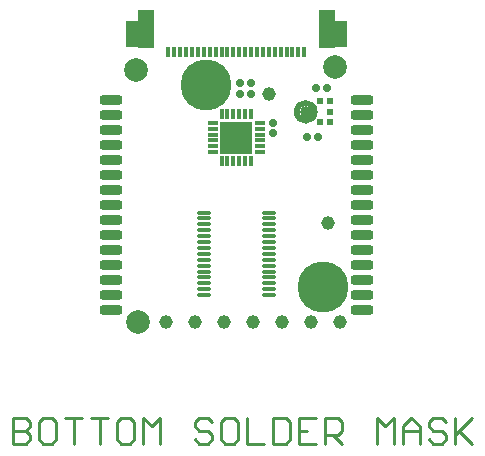
<source format=gbs>
G04*
G04 #@! TF.GenerationSoftware,Altium Limited,Altium Designer,20.1.11 (218)*
G04*
G04 Layer_Color=16711935*
%FSLAX25Y25*%
%MOIN*%
G70*
G04*
G04 #@! TF.SameCoordinates,49FD3369-56E0-4B66-BF1D-E122077B7428*
G04*
G04*
G04 #@! TF.FilePolarity,Negative*
G04*
G01*
G75*
%ADD10C,0.00984*%
G04:AMPARAMS|DCode=46|XSize=25.98mil|YSize=24.02mil|CornerRadius=6.99mil|HoleSize=0mil|Usage=FLASHONLY|Rotation=180.000|XOffset=0mil|YOffset=0mil|HoleType=Round|Shape=RoundedRectangle|*
%AMROUNDEDRECTD46*
21,1,0.02598,0.01004,0,0,180.0*
21,1,0.01201,0.02402,0,0,180.0*
1,1,0.01398,-0.00600,0.00502*
1,1,0.01398,0.00600,0.00502*
1,1,0.01398,0.00600,-0.00502*
1,1,0.01398,-0.00600,-0.00502*
%
%ADD46ROUNDEDRECTD46*%
G04:AMPARAMS|DCode=53|XSize=25.98mil|YSize=24.02mil|CornerRadius=6.99mil|HoleSize=0mil|Usage=FLASHONLY|Rotation=90.000|XOffset=0mil|YOffset=0mil|HoleType=Round|Shape=RoundedRectangle|*
%AMROUNDEDRECTD53*
21,1,0.02598,0.01004,0,0,90.0*
21,1,0.01201,0.02402,0,0,90.0*
1,1,0.01398,0.00502,0.00600*
1,1,0.01398,0.00502,-0.00600*
1,1,0.01398,-0.00502,-0.00600*
1,1,0.01398,-0.00502,0.00600*
%
%ADD53ROUNDEDRECTD53*%
%ADD68C,0.07874*%
%ADD69C,0.04000*%
%ADD71C,0.17000*%
%ADD82C,0.02000*%
%ADD101R,0.02055X0.02362*%
%ADD109R,0.04831X0.09161*%
%ADD110R,0.05618X0.12508*%
%ADD111R,0.01681X0.03650*%
%ADD112C,0.01287*%
%ADD113C,0.04537*%
%ADD114R,0.03610X0.01524*%
%ADD115R,0.01524X0.03610*%
%ADD116R,0.11130X0.10736*%
G04:AMPARAMS|DCode=117|XSize=14.17mil|YSize=47.64mil|CornerRadius=4.63mil|HoleSize=0mil|Usage=FLASHONLY|Rotation=270.000|XOffset=0mil|YOffset=0mil|HoleType=Round|Shape=RoundedRectangle|*
%AMROUNDEDRECTD117*
21,1,0.01417,0.03839,0,0,270.0*
21,1,0.00492,0.04764,0,0,270.0*
1,1,0.00925,-0.01919,-0.00246*
1,1,0.00925,-0.01919,0.00246*
1,1,0.00925,0.01919,0.00246*
1,1,0.00925,0.01919,-0.00246*
%
%ADD117ROUNDEDRECTD117*%
G04:AMPARAMS|DCode=118|XSize=30.59mil|YSize=75.87mil|CornerRadius=8.9mil|HoleSize=0mil|Usage=FLASHONLY|Rotation=270.000|XOffset=0mil|YOffset=0mil|HoleType=Round|Shape=RoundedRectangle|*
%AMROUNDEDRECTD118*
21,1,0.03059,0.05807,0,0,270.0*
21,1,0.01280,0.07587,0,0,270.0*
1,1,0.01780,-0.02904,-0.00640*
1,1,0.01780,-0.02904,0.00640*
1,1,0.01780,0.02904,0.00640*
1,1,0.01780,0.02904,-0.00640*
%
%ADD118ROUNDEDRECTD118*%
D10*
X-32500Y-27041D02*
Y-35700D01*
X-28171D01*
X-26728Y-34257D01*
Y-32814D01*
X-28171Y-31371D01*
X-32500D01*
X-28171D01*
X-26728Y-29928D01*
Y-28484D01*
X-28171Y-27041D01*
X-32500D01*
X-19512D02*
X-22398D01*
X-23841Y-28484D01*
Y-34257D01*
X-22398Y-35700D01*
X-19512D01*
X-18069Y-34257D01*
Y-28484D01*
X-19512Y-27041D01*
X-15183D02*
X-9410D01*
X-12297D01*
Y-35700D01*
X-6524Y-27041D02*
X-752D01*
X-3638D01*
Y-35700D01*
X6464Y-27041D02*
X3578D01*
X2135Y-28484D01*
Y-34257D01*
X3578Y-35700D01*
X6464D01*
X7907Y-34257D01*
Y-28484D01*
X6464Y-27041D01*
X10793Y-35700D02*
Y-27041D01*
X13679Y-29928D01*
X16566Y-27041D01*
Y-35700D01*
X33883Y-28484D02*
X32440Y-27041D01*
X29553D01*
X28110Y-28484D01*
Y-29928D01*
X29553Y-31371D01*
X32440D01*
X33883Y-32814D01*
Y-34257D01*
X32440Y-35700D01*
X29553D01*
X28110Y-34257D01*
X41098Y-27041D02*
X38212D01*
X36769Y-28484D01*
Y-34257D01*
X38212Y-35700D01*
X41098D01*
X42541Y-34257D01*
Y-28484D01*
X41098Y-27041D01*
X45428D02*
Y-35700D01*
X51200D01*
X54086Y-27041D02*
Y-35700D01*
X58416D01*
X59859Y-34257D01*
Y-28484D01*
X58416Y-27041D01*
X54086D01*
X68517D02*
X62745D01*
Y-35700D01*
X68517D01*
X62745Y-31371D02*
X65631D01*
X71403Y-35700D02*
Y-27041D01*
X75733D01*
X77176Y-28484D01*
Y-31371D01*
X75733Y-32814D01*
X71403D01*
X74290D02*
X77176Y-35700D01*
X88721D02*
Y-27041D01*
X91607Y-29928D01*
X94493Y-27041D01*
Y-35700D01*
X97379D02*
Y-29928D01*
X100266Y-27041D01*
X103152Y-29928D01*
Y-35700D01*
Y-31371D01*
X97379D01*
X111810Y-28484D02*
X110367Y-27041D01*
X107481D01*
X106038Y-28484D01*
Y-29928D01*
X107481Y-31371D01*
X110367D01*
X111810Y-32814D01*
Y-34257D01*
X110367Y-35700D01*
X107481D01*
X106038Y-34257D01*
X114697Y-27041D02*
Y-35700D01*
Y-32814D01*
X120469Y-27041D01*
X116140Y-31371D01*
X120469Y-35700D01*
D46*
X46900Y80828D02*
D03*
Y84372D02*
D03*
X43100Y80828D02*
D03*
Y84372D02*
D03*
X54200Y71272D02*
D03*
Y67728D02*
D03*
D53*
X69114Y66405D02*
D03*
X65571D02*
D03*
X72114Y82905D02*
D03*
X68571D02*
D03*
D68*
X8600Y88900D02*
D03*
X74700Y89900D02*
D03*
X9055Y4725D02*
D03*
D69*
X65047Y74906D02*
D03*
D71*
X70842Y16406D02*
D03*
X31842Y83906D02*
D03*
D82*
X68047Y74906D02*
G03*
X68047Y74906I-3000J0D01*
G01*
D101*
X73213Y71363D02*
D03*
Y78449D02*
D03*
X69976D02*
D03*
Y71363D02*
D03*
X73213Y74906D02*
D03*
D109*
X76378Y100787D02*
D03*
X7480D02*
D03*
D110*
X72047Y102461D02*
D03*
X11811D02*
D03*
D111*
X64567Y94882D02*
D03*
X62598D02*
D03*
X60630D02*
D03*
X58661D02*
D03*
X56693D02*
D03*
X54724D02*
D03*
X52756D02*
D03*
X50787D02*
D03*
X48819D02*
D03*
X46850D02*
D03*
X44882D02*
D03*
X42913D02*
D03*
X40945D02*
D03*
X38976D02*
D03*
X37008D02*
D03*
X35039D02*
D03*
X33071D02*
D03*
X31102D02*
D03*
X29134D02*
D03*
X27165D02*
D03*
X25197D02*
D03*
X23228D02*
D03*
X21260D02*
D03*
X19291D02*
D03*
D112*
X65047Y71906D02*
D03*
X65047Y77906D02*
D03*
D113*
X72442Y37802D02*
D03*
X37795Y4725D02*
D03*
X18503D02*
D03*
X47440D02*
D03*
X28149D02*
D03*
X57086D02*
D03*
X76377D02*
D03*
X66732D02*
D03*
X52900Y80800D02*
D03*
D114*
X34173Y61417D02*
D03*
Y63386D02*
D03*
Y65354D02*
D03*
Y67323D02*
D03*
Y69291D02*
D03*
Y71260D02*
D03*
X49685D02*
D03*
Y69291D02*
D03*
Y67323D02*
D03*
Y65354D02*
D03*
Y63386D02*
D03*
Y61417D02*
D03*
D115*
X37008Y74094D02*
D03*
X38976D02*
D03*
X40945D02*
D03*
X42913D02*
D03*
X44882D02*
D03*
X46850D02*
D03*
Y58583D02*
D03*
X44882D02*
D03*
X42913D02*
D03*
X40945D02*
D03*
X38976D02*
D03*
X37008D02*
D03*
D116*
X41929Y66338D02*
D03*
D117*
X31083Y19685D02*
D03*
Y21654D02*
D03*
X52776Y19685D02*
D03*
Y21654D02*
D03*
X31083Y41339D02*
D03*
X52776D02*
D03*
Y39370D02*
D03*
X31083D02*
D03*
X52776Y37402D02*
D03*
X31083D02*
D03*
X52776Y35433D02*
D03*
X31083D02*
D03*
X52776Y33465D02*
D03*
X31083D02*
D03*
X52776Y31496D02*
D03*
X31083D02*
D03*
X52776Y29528D02*
D03*
X31083D02*
D03*
X52776Y27559D02*
D03*
X31083D02*
D03*
X52776Y25591D02*
D03*
X31083D02*
D03*
X52776Y23622D02*
D03*
X31083D02*
D03*
X52776Y17717D02*
D03*
X31083D02*
D03*
X52776Y15748D02*
D03*
X31083D02*
D03*
X52776Y13780D02*
D03*
X31083D02*
D03*
D118*
X0Y8819D02*
D03*
Y13819D02*
D03*
Y18819D02*
D03*
Y23819D02*
D03*
Y28819D02*
D03*
Y33819D02*
D03*
Y38819D02*
D03*
Y43819D02*
D03*
Y48819D02*
D03*
Y53819D02*
D03*
Y58819D02*
D03*
Y63819D02*
D03*
Y68819D02*
D03*
Y73819D02*
D03*
Y78819D02*
D03*
X83858Y8819D02*
D03*
Y13819D02*
D03*
Y18819D02*
D03*
Y23819D02*
D03*
Y28819D02*
D03*
Y33819D02*
D03*
Y38819D02*
D03*
Y43819D02*
D03*
Y48819D02*
D03*
Y53819D02*
D03*
Y58819D02*
D03*
Y63819D02*
D03*
Y68819D02*
D03*
Y73819D02*
D03*
Y78819D02*
D03*
M02*

</source>
